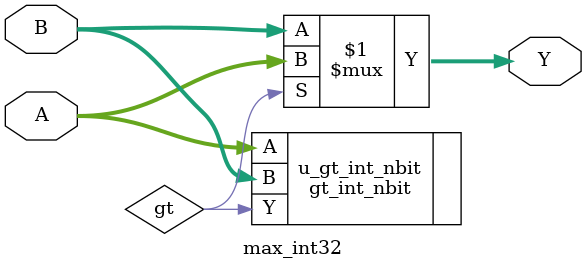
<source format=v>

module max_int32 #(
    parameter WIDTH = 32,
    parameter IMPL_TYPE = 0
)(
    input [WIDTH-1:0] A,
    input [WIDTH-1:0] B,
    output [WIDTH-1:0] Y,
);

    wire gt;
    gt_int_nbit #(
        .WIDTH(WIDTH),
        .IMPL_TYPE(IMPL_TYPE)
    ) u_gt_int_nbit (
        .A(A),
        .B(B),
        .Y(gt)
    );

    assign Y = gt ? A : B;

endmodule

</source>
